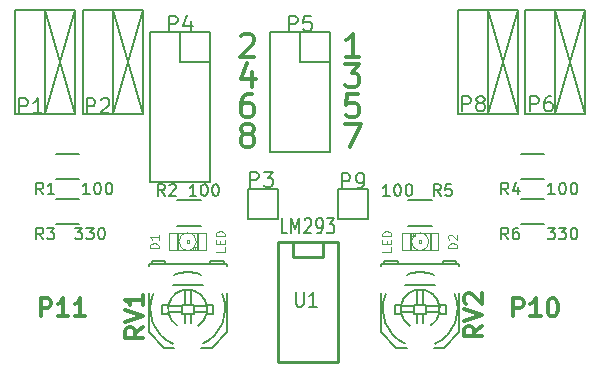
<source format=gto>
%FSLAX46Y46*%
G04 Gerber Fmt 4.6, Leading zero omitted, Abs format (unit mm)*
G04 Created by KiCad (PCBNEW (2014-09-11 BZR 5128)-product) date do 25 sep 2014 05:14:31 CEST*
%MOMM*%
G01*
G04 APERTURE LIST*
%ADD10C,0.100000*%
%ADD11C,0.300000*%
%ADD12C,0.150000*%
%ADD13C,0.254000*%
%ADD14C,0.066040*%
%ADD15C,0.101600*%
%ADD16C,0.304800*%
%ADD17C,0.203200*%
%ADD18C,0.088900*%
G04 APERTURE END LIST*
D10*
D11*
X145795952Y-95456429D02*
X145795952Y-96789762D01*
X145319762Y-94694524D02*
X144843571Y-96123095D01*
X146081667Y-96123095D01*
X144843571Y-92440238D02*
X144938809Y-92345000D01*
X145129286Y-92249762D01*
X145605476Y-92249762D01*
X145795952Y-92345000D01*
X145891190Y-92440238D01*
X145986429Y-92630714D01*
X145986429Y-92821190D01*
X145891190Y-93106905D01*
X144748333Y-94249762D01*
X145986429Y-94249762D01*
X154781190Y-97329762D02*
X153828809Y-97329762D01*
X153733571Y-98282143D01*
X153828809Y-98186905D01*
X154019286Y-98091667D01*
X154495476Y-98091667D01*
X154685952Y-98186905D01*
X154781190Y-98282143D01*
X154876429Y-98472619D01*
X154876429Y-98948810D01*
X154781190Y-99139286D01*
X154685952Y-99234524D01*
X154495476Y-99329762D01*
X154019286Y-99329762D01*
X153828809Y-99234524D01*
X153733571Y-99139286D01*
X153638333Y-94789762D02*
X154876429Y-94789762D01*
X154209762Y-95551667D01*
X154495476Y-95551667D01*
X154685952Y-95646905D01*
X154781190Y-95742143D01*
X154876429Y-95932619D01*
X154876429Y-96408810D01*
X154781190Y-96599286D01*
X154685952Y-96694524D01*
X154495476Y-96789762D01*
X153924048Y-96789762D01*
X153733571Y-96694524D01*
X153638333Y-96599286D01*
X154876429Y-94249762D02*
X153733571Y-94249762D01*
X154305000Y-94249762D02*
X154305000Y-92249762D01*
X154114524Y-92535476D01*
X153924048Y-92725952D01*
X153733571Y-92821190D01*
X145795952Y-97329762D02*
X145415000Y-97329762D01*
X145224524Y-97425000D01*
X145129286Y-97520238D01*
X144938809Y-97805952D01*
X144843571Y-98186905D01*
X144843571Y-98948810D01*
X144938809Y-99139286D01*
X145034048Y-99234524D01*
X145224524Y-99329762D01*
X145605476Y-99329762D01*
X145795952Y-99234524D01*
X145891190Y-99139286D01*
X145986429Y-98948810D01*
X145986429Y-98472619D01*
X145891190Y-98282143D01*
X145795952Y-98186905D01*
X145605476Y-98091667D01*
X145224524Y-98091667D01*
X145034048Y-98186905D01*
X144938809Y-98282143D01*
X144843571Y-98472619D01*
X145224524Y-100726905D02*
X145034048Y-100631667D01*
X144938809Y-100536429D01*
X144843571Y-100345952D01*
X144843571Y-100250714D01*
X144938809Y-100060238D01*
X145034048Y-99965000D01*
X145224524Y-99869762D01*
X145605476Y-99869762D01*
X145795952Y-99965000D01*
X145891190Y-100060238D01*
X145986429Y-100250714D01*
X145986429Y-100345952D01*
X145891190Y-100536429D01*
X145795952Y-100631667D01*
X145605476Y-100726905D01*
X145224524Y-100726905D01*
X145034048Y-100822143D01*
X144938809Y-100917381D01*
X144843571Y-101107857D01*
X144843571Y-101488810D01*
X144938809Y-101679286D01*
X145034048Y-101774524D01*
X145224524Y-101869762D01*
X145605476Y-101869762D01*
X145795952Y-101774524D01*
X145891190Y-101679286D01*
X145986429Y-101488810D01*
X145986429Y-101107857D01*
X145891190Y-100917381D01*
X145795952Y-100822143D01*
X145605476Y-100726905D01*
X153638333Y-99869762D02*
X154971667Y-99869762D01*
X154114524Y-101869762D01*
D12*
X170545000Y-108390000D02*
X168545000Y-108390000D01*
X168545000Y-106240000D02*
X170545000Y-106240000D01*
X153035000Y-107950000D02*
X155575000Y-107950000D01*
X155575000Y-107950000D02*
X155575000Y-105410000D01*
X155575000Y-105410000D02*
X153035000Y-105410000D01*
X153035000Y-105410000D02*
X153035000Y-107950000D01*
D13*
X151765000Y-109855000D02*
X151765000Y-111125000D01*
X151765000Y-111125000D02*
X149225000Y-111125000D01*
X149225000Y-111125000D02*
X149225000Y-109855000D01*
X153035000Y-109855000D02*
X153035000Y-120015000D01*
X153035000Y-120015000D02*
X147955000Y-120015000D01*
X147955000Y-120015000D02*
X147955000Y-109855000D01*
X147955000Y-109855000D02*
X153035000Y-109855000D01*
D12*
X147955000Y-105410000D02*
X145415000Y-105410000D01*
X145415000Y-105410000D02*
X145415000Y-107950000D01*
X145415000Y-107950000D02*
X147955000Y-107950000D01*
X147955000Y-107950000D02*
X147955000Y-105410000D01*
D14*
X140235940Y-109954060D02*
X140434060Y-109954060D01*
X140434060Y-109954060D02*
X140434060Y-109755940D01*
X140235940Y-109755940D02*
X140434060Y-109755940D01*
X140235940Y-109954060D02*
X140235940Y-109755940D01*
X140784580Y-110553500D02*
X141132560Y-110553500D01*
X141132560Y-110553500D02*
X141132560Y-110304580D01*
X140784580Y-110304580D02*
X141132560Y-110304580D01*
X140784580Y-110553500D02*
X140784580Y-110304580D01*
X141132560Y-110553500D02*
X141234160Y-110553500D01*
X141234160Y-110553500D02*
X141234160Y-109357160D01*
X141132560Y-109357160D02*
X141234160Y-109357160D01*
X141132560Y-110553500D02*
X141132560Y-109357160D01*
X141132560Y-109306360D02*
X141234160Y-109306360D01*
X141234160Y-109306360D02*
X141234160Y-109156500D01*
X141132560Y-109156500D02*
X141234160Y-109156500D01*
X141132560Y-109306360D02*
X141132560Y-109156500D01*
X139435840Y-110553500D02*
X139537440Y-110553500D01*
X139537440Y-110553500D02*
X139537440Y-109357160D01*
X139435840Y-109357160D02*
X139537440Y-109357160D01*
X139435840Y-110553500D02*
X139435840Y-109357160D01*
X139435840Y-109306360D02*
X139537440Y-109306360D01*
X139537440Y-109306360D02*
X139537440Y-109156500D01*
X139435840Y-109156500D02*
X139537440Y-109156500D01*
X139435840Y-109306360D02*
X139435840Y-109156500D01*
X140784580Y-110553500D02*
X140934440Y-110553500D01*
X140934440Y-110553500D02*
X140934440Y-110304580D01*
X140784580Y-110304580D02*
X140934440Y-110304580D01*
X140784580Y-110553500D02*
X140784580Y-110304580D01*
D15*
X141884400Y-110604300D02*
X138785600Y-110604300D01*
X138785600Y-110604300D02*
X138785600Y-109105700D01*
X138785600Y-109105700D02*
X141884400Y-109105700D01*
X141884400Y-109105700D02*
X141884400Y-110604300D01*
X139787738Y-110354354D02*
G75*
G03X140883640Y-110352840I547262J499354D01*
G74*
G01*
X139786867Y-109356602D02*
G75*
G03X139786360Y-110352840I548133J-498398D01*
G74*
G01*
X140882262Y-109355646D02*
G75*
G03X139786360Y-109357160I-547262J-499354D01*
G74*
G01*
X140883133Y-110353398D02*
G75*
G03X140883640Y-109357160I-548133J498398D01*
G74*
G01*
D12*
X139462000Y-106367000D02*
X141462000Y-106367000D01*
X141462000Y-108517000D02*
X139462000Y-108517000D01*
X140589000Y-115951000D02*
X140589000Y-116713000D01*
X140081000Y-115951000D02*
X140081000Y-116713000D01*
X140589000Y-113919000D02*
G75*
G03X138684000Y-115316000I-254000J-1651000D01*
G74*
G01*
X141986000Y-115443000D02*
G75*
G03X140208000Y-113919000I-1651000J-127000D01*
G74*
G01*
X138938000Y-114681000D02*
G75*
G03X139446000Y-116967000I1397000J-889000D01*
G74*
G01*
X141224000Y-116967000D02*
G75*
G03X141732000Y-114681000I-889000J1397000D01*
G74*
G01*
X143637000Y-111760000D02*
X143637000Y-111887000D01*
X143637000Y-115570000D02*
X143637000Y-114173000D01*
X137033000Y-111760000D02*
X137033000Y-111887000D01*
X137033000Y-115570000D02*
X137033000Y-114173000D01*
X141478000Y-112649000D02*
X141097000Y-112522000D01*
X141097000Y-112522000D02*
X140335000Y-112395000D01*
X140335000Y-112395000D02*
X139573000Y-112522000D01*
X139573000Y-112522000D02*
X139192000Y-112649000D01*
X141605000Y-113538000D02*
X139065000Y-113538000D01*
X137414000Y-114300000D02*
G75*
G03X139065000Y-118491000I2921000J-1270000D01*
G74*
G01*
X141605000Y-118491000D02*
G75*
G03X143256000Y-114300000I-1270000J2921000D01*
G74*
G01*
X138303000Y-118872000D02*
X139192000Y-118872000D01*
X141478000Y-118872000D02*
X142367000Y-118872000D01*
X138684000Y-115951000D02*
X138176000Y-115951000D01*
X138176000Y-115951000D02*
X138176000Y-115189000D01*
X138176000Y-115189000D02*
X138684000Y-115189000D01*
X141986000Y-115951000D02*
X142494000Y-115951000D01*
X142494000Y-115951000D02*
X142494000Y-115189000D01*
X142494000Y-115189000D02*
X141986000Y-115189000D01*
X139827000Y-115316000D02*
X138684000Y-115316000D01*
X139827000Y-115824000D02*
X138684000Y-115824000D01*
X140843000Y-115316000D02*
X141986000Y-115316000D01*
X140843000Y-115824000D02*
X141986000Y-115824000D01*
X140081000Y-115189000D02*
X140081000Y-113919000D01*
X140589000Y-115189000D02*
X140589000Y-113919000D01*
X140843000Y-115951000D02*
X140843000Y-115189000D01*
X140843000Y-115189000D02*
X139827000Y-115189000D01*
X139827000Y-115189000D02*
X139827000Y-115951000D01*
X139827000Y-115951000D02*
X140843000Y-115951000D01*
X142367000Y-118872000D02*
X143637000Y-117475000D01*
X143637000Y-117475000D02*
X143637000Y-115570000D01*
X138303000Y-118872000D02*
X137033000Y-117475000D01*
X137033000Y-117475000D02*
X137033000Y-115570000D01*
X137287000Y-111760000D02*
X137287000Y-111506000D01*
X137287000Y-111506000D02*
X138430000Y-111506000D01*
X138430000Y-111506000D02*
X138430000Y-111760000D01*
X143383000Y-111760000D02*
X143383000Y-111506000D01*
X143383000Y-111506000D02*
X142240000Y-111506000D01*
X142240000Y-111506000D02*
X142240000Y-111760000D01*
X143637000Y-111760000D02*
X137033000Y-111760000D01*
D14*
X160119060Y-109755940D02*
X159920940Y-109755940D01*
X159920940Y-109755940D02*
X159920940Y-109954060D01*
X160119060Y-109954060D02*
X159920940Y-109954060D01*
X160119060Y-109755940D02*
X160119060Y-109954060D01*
X159570420Y-109156500D02*
X159222440Y-109156500D01*
X159222440Y-109156500D02*
X159222440Y-109405420D01*
X159570420Y-109405420D02*
X159222440Y-109405420D01*
X159570420Y-109156500D02*
X159570420Y-109405420D01*
X159222440Y-109156500D02*
X159120840Y-109156500D01*
X159120840Y-109156500D02*
X159120840Y-110352840D01*
X159222440Y-110352840D02*
X159120840Y-110352840D01*
X159222440Y-109156500D02*
X159222440Y-110352840D01*
X159222440Y-110403640D02*
X159120840Y-110403640D01*
X159120840Y-110403640D02*
X159120840Y-110553500D01*
X159222440Y-110553500D02*
X159120840Y-110553500D01*
X159222440Y-110403640D02*
X159222440Y-110553500D01*
X160919160Y-109156500D02*
X160817560Y-109156500D01*
X160817560Y-109156500D02*
X160817560Y-110352840D01*
X160919160Y-110352840D02*
X160817560Y-110352840D01*
X160919160Y-109156500D02*
X160919160Y-110352840D01*
X160919160Y-110403640D02*
X160817560Y-110403640D01*
X160817560Y-110403640D02*
X160817560Y-110553500D01*
X160919160Y-110553500D02*
X160817560Y-110553500D01*
X160919160Y-110403640D02*
X160919160Y-110553500D01*
X159570420Y-109156500D02*
X159420560Y-109156500D01*
X159420560Y-109156500D02*
X159420560Y-109405420D01*
X159570420Y-109405420D02*
X159420560Y-109405420D01*
X159570420Y-109156500D02*
X159570420Y-109405420D01*
D15*
X158470600Y-109105700D02*
X161569400Y-109105700D01*
X161569400Y-109105700D02*
X161569400Y-110604300D01*
X161569400Y-110604300D02*
X158470600Y-110604300D01*
X158470600Y-110604300D02*
X158470600Y-109105700D01*
X160567262Y-109355646D02*
G75*
G03X159471360Y-109357160I-547262J-499354D01*
G74*
G01*
X160568133Y-110353398D02*
G75*
G03X160568640Y-109357160I-548133J498398D01*
G74*
G01*
X159472738Y-110354354D02*
G75*
G03X160568640Y-110352840I547262J499354D01*
G74*
G01*
X159471867Y-109356602D02*
G75*
G03X159471360Y-110352840I548133J-498398D01*
G74*
G01*
D12*
X160274000Y-115951000D02*
X160274000Y-116713000D01*
X159766000Y-115951000D02*
X159766000Y-116713000D01*
X160274000Y-113919000D02*
G75*
G03X158369000Y-115316000I-254000J-1651000D01*
G74*
G01*
X161671000Y-115443000D02*
G75*
G03X159893000Y-113919000I-1651000J-127000D01*
G74*
G01*
X158623000Y-114681000D02*
G75*
G03X159131000Y-116967000I1397000J-889000D01*
G74*
G01*
X160909000Y-116967000D02*
G75*
G03X161417000Y-114681000I-889000J1397000D01*
G74*
G01*
X163322000Y-111760000D02*
X163322000Y-111887000D01*
X163322000Y-115570000D02*
X163322000Y-114173000D01*
X156718000Y-111760000D02*
X156718000Y-111887000D01*
X156718000Y-115570000D02*
X156718000Y-114173000D01*
X161163000Y-112649000D02*
X160782000Y-112522000D01*
X160782000Y-112522000D02*
X160020000Y-112395000D01*
X160020000Y-112395000D02*
X159258000Y-112522000D01*
X159258000Y-112522000D02*
X158877000Y-112649000D01*
X161290000Y-113538000D02*
X158750000Y-113538000D01*
X157099000Y-114300000D02*
G75*
G03X158750000Y-118491000I2921000J-1270000D01*
G74*
G01*
X161290000Y-118491000D02*
G75*
G03X162941000Y-114300000I-1270000J2921000D01*
G74*
G01*
X157988000Y-118872000D02*
X158877000Y-118872000D01*
X161163000Y-118872000D02*
X162052000Y-118872000D01*
X158369000Y-115951000D02*
X157861000Y-115951000D01*
X157861000Y-115951000D02*
X157861000Y-115189000D01*
X157861000Y-115189000D02*
X158369000Y-115189000D01*
X161671000Y-115951000D02*
X162179000Y-115951000D01*
X162179000Y-115951000D02*
X162179000Y-115189000D01*
X162179000Y-115189000D02*
X161671000Y-115189000D01*
X159512000Y-115316000D02*
X158369000Y-115316000D01*
X159512000Y-115824000D02*
X158369000Y-115824000D01*
X160528000Y-115316000D02*
X161671000Y-115316000D01*
X160528000Y-115824000D02*
X161671000Y-115824000D01*
X159766000Y-115189000D02*
X159766000Y-113919000D01*
X160274000Y-115189000D02*
X160274000Y-113919000D01*
X160528000Y-115951000D02*
X160528000Y-115189000D01*
X160528000Y-115189000D02*
X159512000Y-115189000D01*
X159512000Y-115189000D02*
X159512000Y-115951000D01*
X159512000Y-115951000D02*
X160528000Y-115951000D01*
X162052000Y-118872000D02*
X163322000Y-117475000D01*
X163322000Y-117475000D02*
X163322000Y-115570000D01*
X157988000Y-118872000D02*
X156718000Y-117475000D01*
X156718000Y-117475000D02*
X156718000Y-115570000D01*
X156972000Y-111760000D02*
X156972000Y-111506000D01*
X156972000Y-111506000D02*
X158115000Y-111506000D01*
X158115000Y-111506000D02*
X158115000Y-111760000D01*
X163068000Y-111760000D02*
X163068000Y-111506000D01*
X163068000Y-111506000D02*
X161925000Y-111506000D01*
X161925000Y-111506000D02*
X161925000Y-111760000D01*
X163322000Y-111760000D02*
X156718000Y-111760000D01*
X129175000Y-102430000D02*
X131175000Y-102430000D01*
X131175000Y-104580000D02*
X129175000Y-104580000D01*
X152400000Y-94615000D02*
X152400000Y-102235000D01*
X152400000Y-102235000D02*
X147320000Y-102235000D01*
X147320000Y-102235000D02*
X147320000Y-92075000D01*
X147320000Y-92075000D02*
X149860000Y-92075000D01*
X152400000Y-92075000D02*
X152400000Y-94615000D01*
X149860000Y-92075000D02*
X149860000Y-94615000D01*
X149860000Y-94615000D02*
X152400000Y-94615000D01*
X152400000Y-92075000D02*
X149860000Y-92075000D01*
X137160000Y-92075000D02*
X137160000Y-104775000D01*
X137160000Y-104775000D02*
X142240000Y-104775000D01*
X142240000Y-104775000D02*
X142240000Y-94615000D01*
X137160000Y-92075000D02*
X139700000Y-92075000D01*
X142240000Y-92075000D02*
X142240000Y-94615000D01*
X139700000Y-92075000D02*
X139700000Y-94615000D01*
X139700000Y-94615000D02*
X142240000Y-94615000D01*
X142240000Y-92075000D02*
X139700000Y-92075000D01*
X129175000Y-106240000D02*
X131175000Y-106240000D01*
X131175000Y-108390000D02*
X129175000Y-108390000D01*
X170545000Y-104580000D02*
X168545000Y-104580000D01*
X168545000Y-102430000D02*
X170545000Y-102430000D01*
X161020000Y-108517000D02*
X159020000Y-108517000D01*
X159020000Y-106367000D02*
X161020000Y-106367000D01*
X125730000Y-90230000D02*
X125730000Y-99060000D01*
X128270000Y-90230000D02*
X125730000Y-90230000D01*
X128270000Y-99060000D02*
X128270000Y-90230000D01*
X128270000Y-99060000D02*
X125730000Y-99060000D01*
X130810000Y-99060000D02*
X128270000Y-99060000D01*
X130810000Y-99060000D02*
X128270000Y-90230000D01*
X130810000Y-90230000D02*
X128270000Y-99060000D01*
X130810000Y-99060000D02*
X130810000Y-90230000D01*
X130810000Y-90230000D02*
X128270000Y-90230000D01*
X128270000Y-90230000D02*
X128270000Y-99060000D01*
X131445000Y-90230000D02*
X131445000Y-99060000D01*
X133985000Y-90230000D02*
X131445000Y-90230000D01*
X133985000Y-99060000D02*
X133985000Y-90230000D01*
X133985000Y-99060000D02*
X131445000Y-99060000D01*
X136525000Y-99060000D02*
X133985000Y-99060000D01*
X136525000Y-99060000D02*
X133985000Y-90230000D01*
X136525000Y-90230000D02*
X133985000Y-99060000D01*
X136525000Y-99060000D02*
X136525000Y-90230000D01*
X136525000Y-90230000D02*
X133985000Y-90230000D01*
X133985000Y-90230000D02*
X133985000Y-99060000D01*
X168910000Y-90230000D02*
X168910000Y-99060000D01*
X171450000Y-90230000D02*
X168910000Y-90230000D01*
X171450000Y-99060000D02*
X171450000Y-90230000D01*
X171450000Y-99060000D02*
X168910000Y-99060000D01*
X173990000Y-99060000D02*
X171450000Y-99060000D01*
X173990000Y-99060000D02*
X171450000Y-90230000D01*
X173990000Y-90230000D02*
X171450000Y-99060000D01*
X173990000Y-99060000D02*
X173990000Y-90230000D01*
X173990000Y-90230000D02*
X171450000Y-90230000D01*
X171450000Y-90230000D02*
X171450000Y-99060000D01*
X163195000Y-90230000D02*
X163195000Y-99060000D01*
X165735000Y-90230000D02*
X163195000Y-90230000D01*
X165735000Y-99060000D02*
X165735000Y-90230000D01*
X165735000Y-99060000D02*
X163195000Y-99060000D01*
X168275000Y-99060000D02*
X165735000Y-99060000D01*
X168275000Y-99060000D02*
X165735000Y-90230000D01*
X168275000Y-90230000D02*
X165735000Y-99060000D01*
X168275000Y-99060000D02*
X168275000Y-90230000D01*
X168275000Y-90230000D02*
X165735000Y-90230000D01*
X165735000Y-90230000D02*
X165735000Y-99060000D01*
D16*
X127899428Y-116189429D02*
X127899428Y-114665429D01*
X128480000Y-114665429D01*
X128625142Y-114738000D01*
X128697714Y-114810571D01*
X128770285Y-114955714D01*
X128770285Y-115173429D01*
X128697714Y-115318571D01*
X128625142Y-115391143D01*
X128480000Y-115463714D01*
X127899428Y-115463714D01*
X130221714Y-116189429D02*
X129350857Y-116189429D01*
X129786285Y-116189429D02*
X129786285Y-114665429D01*
X129641142Y-114883143D01*
X129496000Y-115028286D01*
X129350857Y-115100857D01*
X131673143Y-116189429D02*
X130802286Y-116189429D01*
X131237714Y-116189429D02*
X131237714Y-114665429D01*
X131092571Y-114883143D01*
X130947429Y-115028286D01*
X130802286Y-115100857D01*
X167899428Y-116189429D02*
X167899428Y-114665429D01*
X168480000Y-114665429D01*
X168625142Y-114738000D01*
X168697714Y-114810571D01*
X168770285Y-114955714D01*
X168770285Y-115173429D01*
X168697714Y-115318571D01*
X168625142Y-115391143D01*
X168480000Y-115463714D01*
X167899428Y-115463714D01*
X170221714Y-116189429D02*
X169350857Y-116189429D01*
X169786285Y-116189429D02*
X169786285Y-114665429D01*
X169641142Y-114883143D01*
X169496000Y-115028286D01*
X169350857Y-115100857D01*
X171165143Y-114665429D02*
X171310286Y-114665429D01*
X171455429Y-114738000D01*
X171528000Y-114810571D01*
X171600571Y-114955714D01*
X171673143Y-115246000D01*
X171673143Y-115608857D01*
X171600571Y-115899143D01*
X171528000Y-116044286D01*
X171455429Y-116116857D01*
X171310286Y-116189429D01*
X171165143Y-116189429D01*
X171020000Y-116116857D01*
X170947429Y-116044286D01*
X170874857Y-115899143D01*
X170802286Y-115608857D01*
X170802286Y-115246000D01*
X170874857Y-114955714D01*
X170947429Y-114810571D01*
X171020000Y-114738000D01*
X171165143Y-114665429D01*
D12*
X167473334Y-109672381D02*
X167140000Y-109196190D01*
X166901905Y-109672381D02*
X166901905Y-108672381D01*
X167282858Y-108672381D01*
X167378096Y-108720000D01*
X167425715Y-108767619D01*
X167473334Y-108862857D01*
X167473334Y-109005714D01*
X167425715Y-109100952D01*
X167378096Y-109148571D01*
X167282858Y-109196190D01*
X166901905Y-109196190D01*
X168330477Y-108672381D02*
X168140000Y-108672381D01*
X168044762Y-108720000D01*
X167997143Y-108767619D01*
X167901905Y-108910476D01*
X167854286Y-109100952D01*
X167854286Y-109481905D01*
X167901905Y-109577143D01*
X167949524Y-109624762D01*
X168044762Y-109672381D01*
X168235239Y-109672381D01*
X168330477Y-109624762D01*
X168378096Y-109577143D01*
X168425715Y-109481905D01*
X168425715Y-109243810D01*
X168378096Y-109148571D01*
X168330477Y-109100952D01*
X168235239Y-109053333D01*
X168044762Y-109053333D01*
X167949524Y-109100952D01*
X167901905Y-109148571D01*
X167854286Y-109243810D01*
X170799286Y-108672381D02*
X171418334Y-108672381D01*
X171085000Y-109053333D01*
X171227858Y-109053333D01*
X171323096Y-109100952D01*
X171370715Y-109148571D01*
X171418334Y-109243810D01*
X171418334Y-109481905D01*
X171370715Y-109577143D01*
X171323096Y-109624762D01*
X171227858Y-109672381D01*
X170942143Y-109672381D01*
X170846905Y-109624762D01*
X170799286Y-109577143D01*
X171751667Y-108672381D02*
X172370715Y-108672381D01*
X172037381Y-109053333D01*
X172180239Y-109053333D01*
X172275477Y-109100952D01*
X172323096Y-109148571D01*
X172370715Y-109243810D01*
X172370715Y-109481905D01*
X172323096Y-109577143D01*
X172275477Y-109624762D01*
X172180239Y-109672381D01*
X171894524Y-109672381D01*
X171799286Y-109624762D01*
X171751667Y-109577143D01*
X172989762Y-108672381D02*
X173085001Y-108672381D01*
X173180239Y-108720000D01*
X173227858Y-108767619D01*
X173275477Y-108862857D01*
X173323096Y-109053333D01*
X173323096Y-109291429D01*
X173275477Y-109481905D01*
X173227858Y-109577143D01*
X173180239Y-109624762D01*
X173085001Y-109672381D01*
X172989762Y-109672381D01*
X172894524Y-109624762D01*
X172846905Y-109577143D01*
X172799286Y-109481905D01*
X172751667Y-109291429D01*
X172751667Y-109053333D01*
X172799286Y-108862857D01*
X172846905Y-108767619D01*
X172894524Y-108720000D01*
X172989762Y-108672381D01*
D17*
X153367619Y-105349524D02*
X153367619Y-104079524D01*
X153851428Y-104079524D01*
X153972381Y-104140000D01*
X154032857Y-104200476D01*
X154093333Y-104321429D01*
X154093333Y-104502857D01*
X154032857Y-104623810D01*
X153972381Y-104684286D01*
X153851428Y-104744762D01*
X153367619Y-104744762D01*
X154698095Y-105349524D02*
X154940000Y-105349524D01*
X155060952Y-105289048D01*
X155121428Y-105228571D01*
X155242381Y-105047143D01*
X155302857Y-104805238D01*
X155302857Y-104321429D01*
X155242381Y-104200476D01*
X155181905Y-104140000D01*
X155060952Y-104079524D01*
X154819048Y-104079524D01*
X154698095Y-104140000D01*
X154637619Y-104200476D01*
X154577143Y-104321429D01*
X154577143Y-104623810D01*
X154637619Y-104744762D01*
X154698095Y-104805238D01*
X154819048Y-104865714D01*
X155060952Y-104865714D01*
X155181905Y-104805238D01*
X155242381Y-104744762D01*
X155302857Y-104623810D01*
X149497143Y-114112524D02*
X149497143Y-115140619D01*
X149551571Y-115261571D01*
X149606000Y-115322048D01*
X149714857Y-115382524D01*
X149932571Y-115382524D01*
X150041429Y-115322048D01*
X150095857Y-115261571D01*
X150150286Y-115140619D01*
X150150286Y-114112524D01*
X151293286Y-115382524D02*
X150640143Y-115382524D01*
X150966715Y-115382524D02*
X150966715Y-114112524D01*
X150857858Y-114293952D01*
X150749000Y-114414905D01*
X150640143Y-114475381D01*
X148777476Y-109159524D02*
X148293667Y-109159524D01*
X148293667Y-107889524D01*
X149116143Y-109159524D02*
X149116143Y-107889524D01*
X149454809Y-108796667D01*
X149793476Y-107889524D01*
X149793476Y-109159524D01*
X150228905Y-108010476D02*
X150277286Y-107950000D01*
X150374048Y-107889524D01*
X150615952Y-107889524D01*
X150712714Y-107950000D01*
X150761095Y-108010476D01*
X150809476Y-108131429D01*
X150809476Y-108252381D01*
X150761095Y-108433810D01*
X150180524Y-109159524D01*
X150809476Y-109159524D01*
X151293286Y-109159524D02*
X151486810Y-109159524D01*
X151583571Y-109099048D01*
X151631952Y-109038571D01*
X151728714Y-108857143D01*
X151777095Y-108615238D01*
X151777095Y-108131429D01*
X151728714Y-108010476D01*
X151680333Y-107950000D01*
X151583571Y-107889524D01*
X151390048Y-107889524D01*
X151293286Y-107950000D01*
X151244905Y-108010476D01*
X151196524Y-108131429D01*
X151196524Y-108433810D01*
X151244905Y-108554762D01*
X151293286Y-108615238D01*
X151390048Y-108675714D01*
X151583571Y-108675714D01*
X151680333Y-108615238D01*
X151728714Y-108554762D01*
X151777095Y-108433810D01*
X152115762Y-107889524D02*
X152744714Y-107889524D01*
X152406048Y-108373333D01*
X152551190Y-108373333D01*
X152647952Y-108433810D01*
X152696333Y-108494286D01*
X152744714Y-108615238D01*
X152744714Y-108917619D01*
X152696333Y-109038571D01*
X152647952Y-109099048D01*
X152551190Y-109159524D01*
X152260905Y-109159524D01*
X152164143Y-109099048D01*
X152115762Y-109038571D01*
X145620619Y-105222524D02*
X145620619Y-103952524D01*
X146104428Y-103952524D01*
X146225381Y-104013000D01*
X146285857Y-104073476D01*
X146346333Y-104194429D01*
X146346333Y-104375857D01*
X146285857Y-104496810D01*
X146225381Y-104557286D01*
X146104428Y-104617762D01*
X145620619Y-104617762D01*
X146769667Y-103952524D02*
X147555857Y-103952524D01*
X147132524Y-104436333D01*
X147313952Y-104436333D01*
X147434905Y-104496810D01*
X147495381Y-104557286D01*
X147555857Y-104678238D01*
X147555857Y-104980619D01*
X147495381Y-105101571D01*
X147434905Y-105162048D01*
X147313952Y-105222524D01*
X146951095Y-105222524D01*
X146830143Y-105162048D01*
X146769667Y-105101571D01*
D18*
X137885714Y-110417428D02*
X137123714Y-110417428D01*
X137123714Y-110236000D01*
X137160000Y-110127143D01*
X137232571Y-110054571D01*
X137305143Y-110018286D01*
X137450286Y-109982000D01*
X137559143Y-109982000D01*
X137704286Y-110018286D01*
X137776857Y-110054571D01*
X137849429Y-110127143D01*
X137885714Y-110236000D01*
X137885714Y-110417428D01*
X137885714Y-109256286D02*
X137885714Y-109691714D01*
X137885714Y-109474000D02*
X137123714Y-109474000D01*
X137232571Y-109546571D01*
X137305143Y-109619143D01*
X137341429Y-109691714D01*
X143473714Y-110344857D02*
X143473714Y-110707714D01*
X142711714Y-110707714D01*
X143074571Y-110090857D02*
X143074571Y-109836857D01*
X143473714Y-109728000D02*
X143473714Y-110090857D01*
X142711714Y-110090857D01*
X142711714Y-109728000D01*
X143473714Y-109401428D02*
X142711714Y-109401428D01*
X142711714Y-109220000D01*
X142748000Y-109111143D01*
X142820571Y-109038571D01*
X142893143Y-109002286D01*
X143038286Y-108966000D01*
X143147143Y-108966000D01*
X143292286Y-109002286D01*
X143364857Y-109038571D01*
X143437429Y-109111143D01*
X143473714Y-109220000D01*
X143473714Y-109401428D01*
D12*
X138390334Y-105989381D02*
X138057000Y-105513190D01*
X137818905Y-105989381D02*
X137818905Y-104989381D01*
X138199858Y-104989381D01*
X138295096Y-105037000D01*
X138342715Y-105084619D01*
X138390334Y-105179857D01*
X138390334Y-105322714D01*
X138342715Y-105417952D01*
X138295096Y-105465571D01*
X138199858Y-105513190D01*
X137818905Y-105513190D01*
X138771286Y-105084619D02*
X138818905Y-105037000D01*
X138914143Y-104989381D01*
X139152239Y-104989381D01*
X139247477Y-105037000D01*
X139295096Y-105084619D01*
X139342715Y-105179857D01*
X139342715Y-105275095D01*
X139295096Y-105417952D01*
X138723667Y-105989381D01*
X139342715Y-105989381D01*
X141065334Y-105989381D02*
X140493905Y-105989381D01*
X140779619Y-105989381D02*
X140779619Y-104989381D01*
X140684381Y-105132238D01*
X140589143Y-105227476D01*
X140493905Y-105275095D01*
X141684381Y-104989381D02*
X141779620Y-104989381D01*
X141874858Y-105037000D01*
X141922477Y-105084619D01*
X141970096Y-105179857D01*
X142017715Y-105370333D01*
X142017715Y-105608429D01*
X141970096Y-105798905D01*
X141922477Y-105894143D01*
X141874858Y-105941762D01*
X141779620Y-105989381D01*
X141684381Y-105989381D01*
X141589143Y-105941762D01*
X141541524Y-105894143D01*
X141493905Y-105798905D01*
X141446286Y-105608429D01*
X141446286Y-105370333D01*
X141493905Y-105179857D01*
X141541524Y-105084619D01*
X141589143Y-105037000D01*
X141684381Y-104989381D01*
X142636762Y-104989381D02*
X142732001Y-104989381D01*
X142827239Y-105037000D01*
X142874858Y-105084619D01*
X142922477Y-105179857D01*
X142970096Y-105370333D01*
X142970096Y-105608429D01*
X142922477Y-105798905D01*
X142874858Y-105894143D01*
X142827239Y-105941762D01*
X142732001Y-105989381D01*
X142636762Y-105989381D01*
X142541524Y-105941762D01*
X142493905Y-105894143D01*
X142446286Y-105798905D01*
X142398667Y-105608429D01*
X142398667Y-105370333D01*
X142446286Y-105179857D01*
X142493905Y-105084619D01*
X142541524Y-105037000D01*
X142636762Y-104989381D01*
D16*
X136579429Y-117112143D02*
X135853714Y-117620143D01*
X136579429Y-117983000D02*
X135055429Y-117983000D01*
X135055429Y-117402428D01*
X135128000Y-117257286D01*
X135200571Y-117184714D01*
X135345714Y-117112143D01*
X135563429Y-117112143D01*
X135708571Y-117184714D01*
X135781143Y-117257286D01*
X135853714Y-117402428D01*
X135853714Y-117983000D01*
X135055429Y-116676714D02*
X136579429Y-116168714D01*
X135055429Y-115660714D01*
X136579429Y-114354428D02*
X136579429Y-115225285D01*
X136579429Y-114789857D02*
X135055429Y-114789857D01*
X135273143Y-114935000D01*
X135418286Y-115080142D01*
X135490857Y-115225285D01*
D18*
X163158714Y-110417428D02*
X162396714Y-110417428D01*
X162396714Y-110236000D01*
X162433000Y-110127143D01*
X162505571Y-110054571D01*
X162578143Y-110018286D01*
X162723286Y-109982000D01*
X162832143Y-109982000D01*
X162977286Y-110018286D01*
X163049857Y-110054571D01*
X163122429Y-110127143D01*
X163158714Y-110236000D01*
X163158714Y-110417428D01*
X162469286Y-109691714D02*
X162433000Y-109655428D01*
X162396714Y-109582857D01*
X162396714Y-109401428D01*
X162433000Y-109328857D01*
X162469286Y-109292571D01*
X162541857Y-109256286D01*
X162614429Y-109256286D01*
X162723286Y-109292571D01*
X163158714Y-109728000D01*
X163158714Y-109256286D01*
X157570714Y-110344857D02*
X157570714Y-110707714D01*
X156808714Y-110707714D01*
X157171571Y-110090857D02*
X157171571Y-109836857D01*
X157570714Y-109728000D02*
X157570714Y-110090857D01*
X156808714Y-110090857D01*
X156808714Y-109728000D01*
X157570714Y-109401428D02*
X156808714Y-109401428D01*
X156808714Y-109220000D01*
X156845000Y-109111143D01*
X156917571Y-109038571D01*
X156990143Y-109002286D01*
X157135286Y-108966000D01*
X157244143Y-108966000D01*
X157389286Y-109002286D01*
X157461857Y-109038571D01*
X157534429Y-109111143D01*
X157570714Y-109220000D01*
X157570714Y-109401428D01*
D16*
X165281429Y-116985143D02*
X164555714Y-117493143D01*
X165281429Y-117856000D02*
X163757429Y-117856000D01*
X163757429Y-117275428D01*
X163830000Y-117130286D01*
X163902571Y-117057714D01*
X164047714Y-116985143D01*
X164265429Y-116985143D01*
X164410571Y-117057714D01*
X164483143Y-117130286D01*
X164555714Y-117275428D01*
X164555714Y-117856000D01*
X163757429Y-116549714D02*
X165281429Y-116041714D01*
X163757429Y-115533714D01*
X163902571Y-115098285D02*
X163830000Y-115025714D01*
X163757429Y-114880571D01*
X163757429Y-114517714D01*
X163830000Y-114372571D01*
X163902571Y-114300000D01*
X164047714Y-114227428D01*
X164192857Y-114227428D01*
X164410571Y-114300000D01*
X165281429Y-115170857D01*
X165281429Y-114227428D01*
D12*
X128103334Y-105862381D02*
X127770000Y-105386190D01*
X127531905Y-105862381D02*
X127531905Y-104862381D01*
X127912858Y-104862381D01*
X128008096Y-104910000D01*
X128055715Y-104957619D01*
X128103334Y-105052857D01*
X128103334Y-105195714D01*
X128055715Y-105290952D01*
X128008096Y-105338571D01*
X127912858Y-105386190D01*
X127531905Y-105386190D01*
X129055715Y-105862381D02*
X128484286Y-105862381D01*
X128770000Y-105862381D02*
X128770000Y-104862381D01*
X128674762Y-105005238D01*
X128579524Y-105100476D01*
X128484286Y-105148095D01*
X132048334Y-105862381D02*
X131476905Y-105862381D01*
X131762619Y-105862381D02*
X131762619Y-104862381D01*
X131667381Y-105005238D01*
X131572143Y-105100476D01*
X131476905Y-105148095D01*
X132667381Y-104862381D02*
X132762620Y-104862381D01*
X132857858Y-104910000D01*
X132905477Y-104957619D01*
X132953096Y-105052857D01*
X133000715Y-105243333D01*
X133000715Y-105481429D01*
X132953096Y-105671905D01*
X132905477Y-105767143D01*
X132857858Y-105814762D01*
X132762620Y-105862381D01*
X132667381Y-105862381D01*
X132572143Y-105814762D01*
X132524524Y-105767143D01*
X132476905Y-105671905D01*
X132429286Y-105481429D01*
X132429286Y-105243333D01*
X132476905Y-105052857D01*
X132524524Y-104957619D01*
X132572143Y-104910000D01*
X132667381Y-104862381D01*
X133619762Y-104862381D02*
X133715001Y-104862381D01*
X133810239Y-104910000D01*
X133857858Y-104957619D01*
X133905477Y-105052857D01*
X133953096Y-105243333D01*
X133953096Y-105481429D01*
X133905477Y-105671905D01*
X133857858Y-105767143D01*
X133810239Y-105814762D01*
X133715001Y-105862381D01*
X133619762Y-105862381D01*
X133524524Y-105814762D01*
X133476905Y-105767143D01*
X133429286Y-105671905D01*
X133381667Y-105481429D01*
X133381667Y-105243333D01*
X133429286Y-105052857D01*
X133476905Y-104957619D01*
X133524524Y-104910000D01*
X133619762Y-104862381D01*
D17*
X148922619Y-92014524D02*
X148922619Y-90744524D01*
X149406428Y-90744524D01*
X149527381Y-90805000D01*
X149587857Y-90865476D01*
X149648333Y-90986429D01*
X149648333Y-91167857D01*
X149587857Y-91288810D01*
X149527381Y-91349286D01*
X149406428Y-91409762D01*
X148922619Y-91409762D01*
X150797381Y-90744524D02*
X150192619Y-90744524D01*
X150132143Y-91349286D01*
X150192619Y-91288810D01*
X150313571Y-91228333D01*
X150615952Y-91228333D01*
X150736905Y-91288810D01*
X150797381Y-91349286D01*
X150857857Y-91470238D01*
X150857857Y-91772619D01*
X150797381Y-91893571D01*
X150736905Y-91954048D01*
X150615952Y-92014524D01*
X150313571Y-92014524D01*
X150192619Y-91954048D01*
X150132143Y-91893571D01*
X138762619Y-92014524D02*
X138762619Y-90744524D01*
X139246428Y-90744524D01*
X139367381Y-90805000D01*
X139427857Y-90865476D01*
X139488333Y-90986429D01*
X139488333Y-91167857D01*
X139427857Y-91288810D01*
X139367381Y-91349286D01*
X139246428Y-91409762D01*
X138762619Y-91409762D01*
X140576905Y-91167857D02*
X140576905Y-92014524D01*
X140274524Y-90684048D02*
X139972143Y-91591190D01*
X140758333Y-91591190D01*
D12*
X128103334Y-109672381D02*
X127770000Y-109196190D01*
X127531905Y-109672381D02*
X127531905Y-108672381D01*
X127912858Y-108672381D01*
X128008096Y-108720000D01*
X128055715Y-108767619D01*
X128103334Y-108862857D01*
X128103334Y-109005714D01*
X128055715Y-109100952D01*
X128008096Y-109148571D01*
X127912858Y-109196190D01*
X127531905Y-109196190D01*
X128436667Y-108672381D02*
X129055715Y-108672381D01*
X128722381Y-109053333D01*
X128865239Y-109053333D01*
X128960477Y-109100952D01*
X129008096Y-109148571D01*
X129055715Y-109243810D01*
X129055715Y-109481905D01*
X129008096Y-109577143D01*
X128960477Y-109624762D01*
X128865239Y-109672381D01*
X128579524Y-109672381D01*
X128484286Y-109624762D01*
X128436667Y-109577143D01*
X130794286Y-108672381D02*
X131413334Y-108672381D01*
X131080000Y-109053333D01*
X131222858Y-109053333D01*
X131318096Y-109100952D01*
X131365715Y-109148571D01*
X131413334Y-109243810D01*
X131413334Y-109481905D01*
X131365715Y-109577143D01*
X131318096Y-109624762D01*
X131222858Y-109672381D01*
X130937143Y-109672381D01*
X130841905Y-109624762D01*
X130794286Y-109577143D01*
X131746667Y-108672381D02*
X132365715Y-108672381D01*
X132032381Y-109053333D01*
X132175239Y-109053333D01*
X132270477Y-109100952D01*
X132318096Y-109148571D01*
X132365715Y-109243810D01*
X132365715Y-109481905D01*
X132318096Y-109577143D01*
X132270477Y-109624762D01*
X132175239Y-109672381D01*
X131889524Y-109672381D01*
X131794286Y-109624762D01*
X131746667Y-109577143D01*
X132984762Y-108672381D02*
X133080001Y-108672381D01*
X133175239Y-108720000D01*
X133222858Y-108767619D01*
X133270477Y-108862857D01*
X133318096Y-109053333D01*
X133318096Y-109291429D01*
X133270477Y-109481905D01*
X133222858Y-109577143D01*
X133175239Y-109624762D01*
X133080001Y-109672381D01*
X132984762Y-109672381D01*
X132889524Y-109624762D01*
X132841905Y-109577143D01*
X132794286Y-109481905D01*
X132746667Y-109291429D01*
X132746667Y-109053333D01*
X132794286Y-108862857D01*
X132841905Y-108767619D01*
X132889524Y-108720000D01*
X132984762Y-108672381D01*
X167473334Y-105862381D02*
X167140000Y-105386190D01*
X166901905Y-105862381D02*
X166901905Y-104862381D01*
X167282858Y-104862381D01*
X167378096Y-104910000D01*
X167425715Y-104957619D01*
X167473334Y-105052857D01*
X167473334Y-105195714D01*
X167425715Y-105290952D01*
X167378096Y-105338571D01*
X167282858Y-105386190D01*
X166901905Y-105386190D01*
X168330477Y-105195714D02*
X168330477Y-105862381D01*
X168092381Y-104814762D02*
X167854286Y-105529048D01*
X168473334Y-105529048D01*
X171418334Y-105862381D02*
X170846905Y-105862381D01*
X171132619Y-105862381D02*
X171132619Y-104862381D01*
X171037381Y-105005238D01*
X170942143Y-105100476D01*
X170846905Y-105148095D01*
X172037381Y-104862381D02*
X172132620Y-104862381D01*
X172227858Y-104910000D01*
X172275477Y-104957619D01*
X172323096Y-105052857D01*
X172370715Y-105243333D01*
X172370715Y-105481429D01*
X172323096Y-105671905D01*
X172275477Y-105767143D01*
X172227858Y-105814762D01*
X172132620Y-105862381D01*
X172037381Y-105862381D01*
X171942143Y-105814762D01*
X171894524Y-105767143D01*
X171846905Y-105671905D01*
X171799286Y-105481429D01*
X171799286Y-105243333D01*
X171846905Y-105052857D01*
X171894524Y-104957619D01*
X171942143Y-104910000D01*
X172037381Y-104862381D01*
X172989762Y-104862381D02*
X173085001Y-104862381D01*
X173180239Y-104910000D01*
X173227858Y-104957619D01*
X173275477Y-105052857D01*
X173323096Y-105243333D01*
X173323096Y-105481429D01*
X173275477Y-105671905D01*
X173227858Y-105767143D01*
X173180239Y-105814762D01*
X173085001Y-105862381D01*
X172989762Y-105862381D01*
X172894524Y-105814762D01*
X172846905Y-105767143D01*
X172799286Y-105671905D01*
X172751667Y-105481429D01*
X172751667Y-105243333D01*
X172799286Y-105052857D01*
X172846905Y-104957619D01*
X172894524Y-104910000D01*
X172989762Y-104862381D01*
X161758334Y-105989381D02*
X161425000Y-105513190D01*
X161186905Y-105989381D02*
X161186905Y-104989381D01*
X161567858Y-104989381D01*
X161663096Y-105037000D01*
X161710715Y-105084619D01*
X161758334Y-105179857D01*
X161758334Y-105322714D01*
X161710715Y-105417952D01*
X161663096Y-105465571D01*
X161567858Y-105513190D01*
X161186905Y-105513190D01*
X162663096Y-104989381D02*
X162186905Y-104989381D01*
X162139286Y-105465571D01*
X162186905Y-105417952D01*
X162282143Y-105370333D01*
X162520239Y-105370333D01*
X162615477Y-105417952D01*
X162663096Y-105465571D01*
X162710715Y-105560810D01*
X162710715Y-105798905D01*
X162663096Y-105894143D01*
X162615477Y-105941762D01*
X162520239Y-105989381D01*
X162282143Y-105989381D01*
X162186905Y-105941762D01*
X162139286Y-105894143D01*
X157448334Y-105989381D02*
X156876905Y-105989381D01*
X157162619Y-105989381D02*
X157162619Y-104989381D01*
X157067381Y-105132238D01*
X156972143Y-105227476D01*
X156876905Y-105275095D01*
X158067381Y-104989381D02*
X158162620Y-104989381D01*
X158257858Y-105037000D01*
X158305477Y-105084619D01*
X158353096Y-105179857D01*
X158400715Y-105370333D01*
X158400715Y-105608429D01*
X158353096Y-105798905D01*
X158305477Y-105894143D01*
X158257858Y-105941762D01*
X158162620Y-105989381D01*
X158067381Y-105989381D01*
X157972143Y-105941762D01*
X157924524Y-105894143D01*
X157876905Y-105798905D01*
X157829286Y-105608429D01*
X157829286Y-105370333D01*
X157876905Y-105179857D01*
X157924524Y-105084619D01*
X157972143Y-105037000D01*
X158067381Y-104989381D01*
X159019762Y-104989381D02*
X159115001Y-104989381D01*
X159210239Y-105037000D01*
X159257858Y-105084619D01*
X159305477Y-105179857D01*
X159353096Y-105370333D01*
X159353096Y-105608429D01*
X159305477Y-105798905D01*
X159257858Y-105894143D01*
X159210239Y-105941762D01*
X159115001Y-105989381D01*
X159019762Y-105989381D01*
X158924524Y-105941762D01*
X158876905Y-105894143D01*
X158829286Y-105798905D01*
X158781667Y-105608429D01*
X158781667Y-105370333D01*
X158829286Y-105179857D01*
X158876905Y-105084619D01*
X158924524Y-105037000D01*
X159019762Y-104989381D01*
D17*
X126062619Y-98999524D02*
X126062619Y-97729524D01*
X126546428Y-97729524D01*
X126667381Y-97790000D01*
X126727857Y-97850476D01*
X126788333Y-97971429D01*
X126788333Y-98152857D01*
X126727857Y-98273810D01*
X126667381Y-98334286D01*
X126546428Y-98394762D01*
X126062619Y-98394762D01*
X127997857Y-98999524D02*
X127272143Y-98999524D01*
X127635000Y-98999524D02*
X127635000Y-97729524D01*
X127514048Y-97910952D01*
X127393095Y-98031905D01*
X127272143Y-98092381D01*
X131777619Y-98999524D02*
X131777619Y-97729524D01*
X132261428Y-97729524D01*
X132382381Y-97790000D01*
X132442857Y-97850476D01*
X132503333Y-97971429D01*
X132503333Y-98152857D01*
X132442857Y-98273810D01*
X132382381Y-98334286D01*
X132261428Y-98394762D01*
X131777619Y-98394762D01*
X132987143Y-97850476D02*
X133047619Y-97790000D01*
X133168571Y-97729524D01*
X133470952Y-97729524D01*
X133591905Y-97790000D01*
X133652381Y-97850476D01*
X133712857Y-97971429D01*
X133712857Y-98092381D01*
X133652381Y-98273810D01*
X132926667Y-98999524D01*
X133712857Y-98999524D01*
X169312619Y-98824524D02*
X169312619Y-97554524D01*
X169796428Y-97554524D01*
X169917381Y-97615000D01*
X169977857Y-97675476D01*
X170038333Y-97796429D01*
X170038333Y-97977857D01*
X169977857Y-98098810D01*
X169917381Y-98159286D01*
X169796428Y-98219762D01*
X169312619Y-98219762D01*
X171126905Y-97554524D02*
X170885000Y-97554524D01*
X170764048Y-97615000D01*
X170703571Y-97675476D01*
X170582619Y-97856905D01*
X170522143Y-98098810D01*
X170522143Y-98582619D01*
X170582619Y-98703571D01*
X170643095Y-98764048D01*
X170764048Y-98824524D01*
X171005952Y-98824524D01*
X171126905Y-98764048D01*
X171187381Y-98703571D01*
X171247857Y-98582619D01*
X171247857Y-98280238D01*
X171187381Y-98159286D01*
X171126905Y-98098810D01*
X171005952Y-98038333D01*
X170764048Y-98038333D01*
X170643095Y-98098810D01*
X170582619Y-98159286D01*
X170522143Y-98280238D01*
X163562619Y-98824524D02*
X163562619Y-97554524D01*
X164046428Y-97554524D01*
X164167381Y-97615000D01*
X164227857Y-97675476D01*
X164288333Y-97796429D01*
X164288333Y-97977857D01*
X164227857Y-98098810D01*
X164167381Y-98159286D01*
X164046428Y-98219762D01*
X163562619Y-98219762D01*
X165014048Y-98098810D02*
X164893095Y-98038333D01*
X164832619Y-97977857D01*
X164772143Y-97856905D01*
X164772143Y-97796429D01*
X164832619Y-97675476D01*
X164893095Y-97615000D01*
X165014048Y-97554524D01*
X165255952Y-97554524D01*
X165376905Y-97615000D01*
X165437381Y-97675476D01*
X165497857Y-97796429D01*
X165497857Y-97856905D01*
X165437381Y-97977857D01*
X165376905Y-98038333D01*
X165255952Y-98098810D01*
X165014048Y-98098810D01*
X164893095Y-98159286D01*
X164832619Y-98219762D01*
X164772143Y-98340714D01*
X164772143Y-98582619D01*
X164832619Y-98703571D01*
X164893095Y-98764048D01*
X165014048Y-98824524D01*
X165255952Y-98824524D01*
X165376905Y-98764048D01*
X165437381Y-98703571D01*
X165497857Y-98582619D01*
X165497857Y-98340714D01*
X165437381Y-98219762D01*
X165376905Y-98159286D01*
X165255952Y-98098810D01*
M02*

</source>
